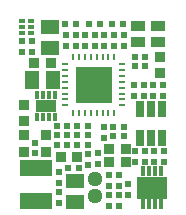
<source format=gts>
%FSLAX23Y23*%
%MOIN*%
G70*
G01*
G75*
G04 Layer_Color=8388736*
%ADD10C,0.008*%
%ADD11R,0.030X0.030*%
%ADD12R,0.020X0.020*%
%ADD13R,0.020X0.020*%
%ADD14R,0.043X0.035*%
%ADD15R,0.030X0.030*%
%ADD16R,0.044X0.058*%
%ADD17R,0.058X0.044*%
%ADD18R,0.107X0.051*%
%ADD19R,0.024X0.010*%
%ADD20R,0.010X0.024*%
%ADD21R,0.122X0.122*%
%ADD22R,0.011X0.020*%
%ADD23R,0.063X0.035*%
%ADD24R,0.020X0.012*%
%ADD25R,0.019X0.012*%
%ADD26R,0.010X0.028*%
%ADD27R,0.094X0.065*%
%ADD28R,0.028X0.051*%
%ADD29C,0.010*%
%ADD30C,0.006*%
%ADD31C,0.012*%
%ADD32C,0.020*%
%ADD33C,0.005*%
%ADD34C,0.051*%
%ADD35C,0.016*%
%ADD36C,0.020*%
%ADD37O,0.053X0.016*%
%ADD38O,0.069X0.016*%
%ADD39O,0.100X0.016*%
%ADD40O,0.016X0.053*%
%ADD41O,0.016X0.069*%
%ADD42R,0.030X0.059*%
%ADD43R,0.014X0.020*%
%ADD44R,0.011X0.020*%
%ADD45R,0.080X0.063*%
%ADD46C,0.004*%
%ADD47C,0.010*%
%ADD48C,0.008*%
%ADD49R,0.032X0.032*%
%ADD50R,0.022X0.022*%
%ADD51R,0.022X0.022*%
%ADD52R,0.045X0.037*%
%ADD53R,0.032X0.032*%
%ADD54R,0.046X0.060*%
%ADD55R,0.060X0.046*%
%ADD56R,0.109X0.053*%
%ADD57R,0.124X0.124*%
%ADD58R,0.017X0.025*%
%ADD59R,0.069X0.041*%
%ADD60R,0.024X0.016*%
%ADD61R,0.023X0.016*%
%ADD62R,0.018X0.036*%
%ADD63R,0.102X0.073*%
%ADD64R,0.030X0.053*%
%ADD65C,0.002*%
%ADD66C,0.022*%
D19*
X163Y492D02*
D03*
Y472D02*
D03*
Y453D02*
D03*
Y433D02*
D03*
Y413D02*
D03*
Y393D02*
D03*
Y374D02*
D03*
Y354D02*
D03*
X351D02*
D03*
Y374D02*
D03*
Y393D02*
D03*
Y413D02*
D03*
Y433D02*
D03*
Y453D02*
D03*
Y472D02*
D03*
Y492D02*
D03*
D20*
X188Y329D02*
D03*
X208D02*
D03*
X227D02*
D03*
X247D02*
D03*
X267D02*
D03*
X287D02*
D03*
X306D02*
D03*
X326D02*
D03*
Y517D02*
D03*
X306D02*
D03*
X287D02*
D03*
X267D02*
D03*
X247D02*
D03*
X227D02*
D03*
X208D02*
D03*
X188D02*
D03*
D34*
X261Y110D02*
D03*
Y51D02*
D03*
D49*
X480Y463D02*
D03*
Y517D02*
D03*
X25Y301D02*
D03*
Y356D02*
D03*
Y199D02*
D03*
Y255D02*
D03*
X98Y199D02*
D03*
Y255D02*
D03*
D50*
X492Y203D02*
D03*
Y167D02*
D03*
X460Y203D02*
D03*
Y167D02*
D03*
X424Y421D02*
D03*
Y385D02*
D03*
X292Y283D02*
D03*
Y247D02*
D03*
X165Y588D02*
D03*
Y552D02*
D03*
X53Y532D02*
D03*
Y568D02*
D03*
X392Y421D02*
D03*
Y385D02*
D03*
X197Y552D02*
D03*
Y588D02*
D03*
X261Y552D02*
D03*
Y588D02*
D03*
X293Y552D02*
D03*
Y588D02*
D03*
X325Y552D02*
D03*
Y588D02*
D03*
X357Y552D02*
D03*
Y588D02*
D03*
X272Y194D02*
D03*
Y158D02*
D03*
X240Y192D02*
D03*
Y156D02*
D03*
X62Y194D02*
D03*
Y230D02*
D03*
X488Y421D02*
D03*
Y385D02*
D03*
X456Y421D02*
D03*
Y385D02*
D03*
X20Y568D02*
D03*
Y532D02*
D03*
X141Y28D02*
D03*
Y64D02*
D03*
Y131D02*
D03*
Y95D02*
D03*
X396Y203D02*
D03*
Y167D02*
D03*
X428Y203D02*
D03*
Y167D02*
D03*
X373Y92D02*
D03*
Y56D02*
D03*
X309Y20D02*
D03*
Y56D02*
D03*
Y87D02*
D03*
Y123D02*
D03*
X341Y56D02*
D03*
Y20D02*
D03*
Y123D02*
D03*
Y87D02*
D03*
X229Y552D02*
D03*
Y588D02*
D03*
D51*
X201Y223D02*
D03*
X237D02*
D03*
X134D02*
D03*
X170D02*
D03*
X163Y625D02*
D03*
X199D02*
D03*
X394Y485D02*
D03*
X430D02*
D03*
X170Y287D02*
D03*
X134D02*
D03*
X170Y255D02*
D03*
X134D02*
D03*
X237Y287D02*
D03*
X201D02*
D03*
X237Y255D02*
D03*
X201D02*
D03*
X323Y283D02*
D03*
X359D02*
D03*
X323Y251D02*
D03*
X359D02*
D03*
X172Y144D02*
D03*
X208D02*
D03*
X430Y517D02*
D03*
X394D02*
D03*
X242Y625D02*
D03*
X278D02*
D03*
X356D02*
D03*
X320D02*
D03*
D52*
X406Y619D02*
D03*
X472D02*
D03*
X406Y567D02*
D03*
X472D02*
D03*
D53*
X309Y210D02*
D03*
X364D02*
D03*
X115Y494D02*
D03*
X60D02*
D03*
X203Y182D02*
D03*
X147D02*
D03*
X310Y164D02*
D03*
X364D02*
D03*
D54*
X51Y438D02*
D03*
X121D02*
D03*
D55*
X112Y616D02*
D03*
Y546D02*
D03*
X194Y102D02*
D03*
Y32D02*
D03*
D56*
X64Y145D02*
D03*
Y35D02*
D03*
D57*
X257Y423D02*
D03*
D58*
X67Y316D02*
D03*
X87D02*
D03*
X107D02*
D03*
X127D02*
D03*
Y390D02*
D03*
X107D02*
D03*
X87D02*
D03*
X67D02*
D03*
D59*
X97Y353D02*
D03*
D60*
X50Y594D02*
D03*
D61*
Y614D02*
D03*
Y634D02*
D03*
X20D02*
D03*
Y614D02*
D03*
Y594D02*
D03*
D62*
X483Y134D02*
D03*
X463D02*
D03*
X443D02*
D03*
X423D02*
D03*
X483Y24D02*
D03*
X463D02*
D03*
X443D02*
D03*
X423D02*
D03*
D63*
X453Y79D02*
D03*
D64*
X411Y341D02*
D03*
X448D02*
D03*
X485D02*
D03*
Y247D02*
D03*
X448D02*
D03*
X411D02*
D03*
D65*
X-39Y256D02*
D03*
X551D02*
D03*
X256Y689D02*
D03*
D66*
X473Y99D02*
D03*
Y59D02*
D03*
X433Y99D02*
D03*
Y59D02*
D03*
M02*

</source>
